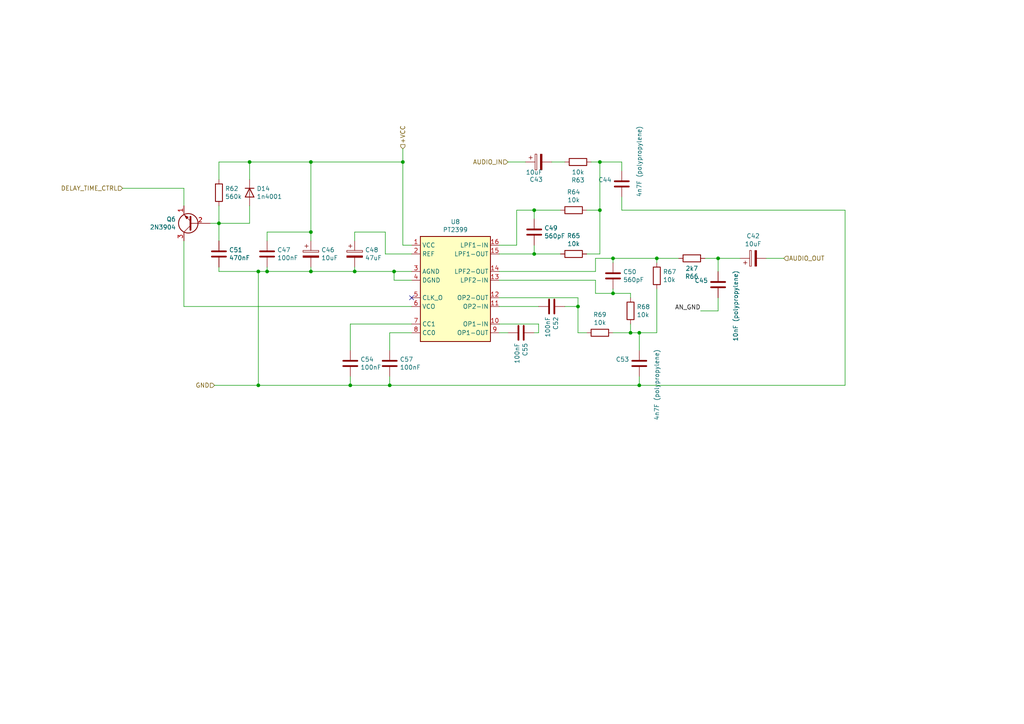
<source format=kicad_sch>
(kicad_sch (version 20211123) (generator eeschema)
  (paper "A4")
  (lib_symbols
    (symbol "Audio:PT2399"
      (property "Reference" "U" (at 0 17.78 0))
      (property "Value" "PT2399" (at 0 -17.78 0))
      (symbol "PT2399_0_1"
        (rectangle (start -10.16 15.24) (end 10.16 -15.24) (stroke (width 0.254)) (fill (type background)))
      )
      (symbol "PT2399_1_1"
        (pin power_in line (at -12.7 12.7 0) (length 2.54) (name "VCC") (number "1"))
        (pin input line (at 12.7 -10.16 180) (length 2.54) (name "OP1-IN") (number "10"))
        (pin input line (at 12.7 -5.08 180) (length 2.54) (name "OP2-IN") (number "11"))
        (pin output line (at 12.7 -2.54 180) (length 2.54) (name "OP2-OUT") (number "12"))
        (pin input line (at 12.7 2.54 180) (length 2.54) (name "LPF2-IN") (number "13"))
        (pin output line (at 12.7 5.08 180) (length 2.54) (name "LPF2-OUT") (number "14"))
        (pin output line (at 12.7 10.16 180) (length 2.54) (name "LPF1-OUT") (number "15"))
        (pin input line (at 12.7 12.7 180) (length 2.54) (name "LPF1-IN") (number "16"))
        (pin passive line (at -12.7 10.16 0) (length 2.54) (name "REF") (number "2"))
        (pin power_in line (at -12.7 5.08 0) (length 2.54) (name "AGND") (number "3"))
        (pin power_in line (at -12.7 2.54 0) (length 2.54) (name "DGND") (number "4"))
        (pin passive line (at -12.7 -2.54 0) (length 2.54) (name "CLK_O") (number "5"))
        (pin passive line (at -12.7 -5.08 0) (length 2.54) (name "VCO") (number "6"))
        (pin passive line (at -12.7 -10.16 0) (length 2.54) (name "CC1") (number "7"))
        (pin passive line (at -12.7 -12.7 0) (length 2.54) (name "CC0") (number "8"))
        (pin output line (at 12.7 -12.7 180) (length 2.54) (name "OP1-OUT") (number "9"))
      )
    )
    (symbol "Device:C" (pin_numbers hide) (pin_names (offset 0.254))
      (property "Reference" "C" (at 0.635 2.54 0))
      (property "Value" "C" (at 0.635 -2.54 0))
      (symbol "C_0_1"
        (polyline (pts (xy -2.032 -0.762) (xy 2.032 -0.762)) (stroke (width 0.508)))
        (polyline (pts (xy -2.032 0.762) (xy 2.032 0.762)) (stroke (width 0.508)))
      )
      (symbol "C_1_1"
        (pin passive line (at 0 3.81 270) (length 2.794) (name "~") (number "1"))
        (pin passive line (at 0 -3.81 90) (length 2.794) (name "~") (number "2"))
      )
    )
    (symbol "Device:C_Polarized" (pin_numbers hide) (pin_names (offset 0.254))
      (property "Reference" "C" (at 0.635 2.54 0))
      (property "Value" "C_Polarized" (at 0.635 -2.54 0))
      (symbol "C_Polarized_0_1"
        (rectangle (start -2.286 0.508) (end 2.286 1.016))
        (polyline (pts (xy -1.778 2.286) (xy -0.762 2.286)))
        (polyline (pts (xy -1.27 2.794) (xy -1.27 1.778)))
        (rectangle (start 2.286 -0.508) (end -2.286 -1.016) (fill (type outline)))
      )
      (symbol "C_Polarized_1_1"
        (pin passive line (at 0 3.81 270) (length 2.794) (name "~") (number "1"))
        (pin passive line (at 0 -3.81 90) (length 2.794) (name "~") (number "2"))
      )
    )
    (symbol "Device:D" (pin_numbers hide) (pin_names (offset 1.016) hide)
      (property "Reference" "D" (at 0 2.54 0))
      (property "Value" "D" (at 0 -2.54 0))
      (symbol "D_0_1"
        (polyline (pts (xy -1.27 1.27) (xy -1.27 -1.27)) (stroke (width 0.254)))
        (polyline (pts (xy 1.27 0) (xy -1.27 0)))
        (polyline (pts (xy 1.27 1.27) (xy 1.27 -1.27) (xy -1.27 0) (xy 1.27 1.27)) (stroke (width 0.254)))
      )
      (symbol "D_1_1"
        (pin passive line (at -3.81 0 0) (length 2.54) (name "K") (number "1"))
        (pin passive line (at 3.81 0 180) (length 2.54) (name "A") (number "2"))
      )
    )
    (symbol "Device:R" (pin_numbers hide) (pin_names (offset 0))
      (property "Reference" "R" (at 2.032 0 90))
      (property "Value" "R" (at 0 0 90))
      (symbol "R_0_1"
        (rectangle (start -1.016 -2.54) (end 1.016 2.54) (stroke (width 0.254)))
      )
      (symbol "R_1_1"
        (pin passive line (at 0 3.81 270) (length 1.27) (name "~") (number "1"))
        (pin passive line (at 0 -3.81 90) (length 1.27) (name "~") (number "2"))
      )
    )
    (symbol "Transistor_BJT:2N3904" (pin_names (offset 0) hide)
      (property "Reference" "Q" (at 5.08 1.905 0))
      (property "Value" "2N3904" (at 5.08 0 0))
      (symbol "2N3904_0_1"
        (polyline (pts (xy 0.635 0.635) (xy 2.54 2.54)))
        (polyline (pts (xy 0.635 -0.635) (xy 2.54 -2.54) (xy 2.54 -2.54)))
        (polyline (pts (xy 0.635 1.905) (xy 0.635 -1.905) (xy 0.635 -1.905)) (stroke (width 0.508)))
        (polyline (pts (xy 1.27 -1.778) (xy 1.778 -1.27) (xy 2.286 -2.286) (xy 1.27 -1.778) (xy 1.27 -1.778)) (fill (type outline)))
        (circle (center 1.27 0) (radius 2.8194) (stroke (width 0.254)))
      )
      (symbol "2N3904_1_1"
        (pin passive line (at 2.54 -5.08 90) (length 2.54) (name "E") (number "1"))
        (pin passive line (at -5.08 0 0) (length 5.715) (name "B") (number "2"))
        (pin passive line (at 2.54 5.08 270) (length 2.54) (name "C") (number "3"))
      )
    )
  )
  (junction (at 154.94 73.66))
  (junction (at 173.99 60.96))
  (junction (at 101.6 111.76))
  (junction (at 63.5 64.77))
  (junction (at 167.64 88.9))
  (junction (at 177.8 74.93))
  (junction (at 177.8 85.09))
  (junction (at 77.47 78.74))
  (junction (at 185.42 96.52))
  (junction (at 102.87 78.74))
  (junction (at 173.99 46.99))
  (junction (at 116.84 46.99))
  (junction (at 90.17 78.74))
  (junction (at 114.3 78.74))
  (junction (at 182.88 96.52))
  (junction (at 90.17 46.99))
  (junction (at 190.5 74.93))
  (junction (at 74.93 78.74))
  (junction (at 185.42 111.76))
  (junction (at 154.94 60.96))
  (junction (at 90.17 67.31))
  (junction (at 74.93 111.76))
  (junction (at 113.03 111.76))
  (junction (at 208.28 74.93))
  (junction (at 72.39 46.99))
  (no_connect (at 119.38 86.36))
  (wire (pts (xy 182.88 86.36) (xy 182.88 85.09)))
  (wire (pts (xy 172.72 78.74) (xy 172.72 74.93)))
  (wire (pts (xy 203.2 90.17) (xy 208.28 90.17)))
  (wire (pts (xy 149.86 71.12) (xy 149.86 60.96)))
  (wire (pts (xy 144.78 96.52) (xy 147.32 96.52)))
  (wire (pts (xy 77.47 67.31) (xy 90.17 67.31)))
  (wire (pts (xy 190.5 74.93) (xy 196.85 74.93)))
  (wire (pts (xy 63.5 64.77) (xy 72.39 64.77)))
  (wire (pts (xy 119.38 81.28) (xy 114.3 81.28)))
  (wire (pts (xy 63.5 64.77) (xy 63.5 69.85)))
  (wire (pts (xy 144.78 86.36) (xy 167.64 86.36)))
  (wire (pts (xy 190.5 83.82) (xy 190.5 96.52)))
  (wire (pts (xy 156.21 93.98) (xy 144.78 93.98)))
  (wire (pts (xy 185.42 96.52) (xy 185.42 101.6)))
  (wire (pts (xy 113.03 111.76) (xy 113.03 109.22)))
  (wire (pts (xy 144.78 73.66) (xy 154.94 73.66)))
  (wire (pts (xy 53.34 88.9) (xy 119.38 88.9)))
  (wire (pts (xy 245.11 111.76) (xy 185.42 111.76)))
  (wire (pts (xy 101.6 109.22) (xy 101.6 111.76)))
  (wire (pts (xy 102.87 67.31) (xy 102.87 69.85)))
  (wire (pts (xy 147.32 46.99) (xy 152.4 46.99)))
  (wire (pts (xy 90.17 46.99) (xy 116.84 46.99)))
  (wire (pts (xy 167.64 96.52) (xy 170.18 96.52)))
  (wire (pts (xy 111.76 67.31) (xy 102.87 67.31)))
  (wire (pts (xy 162.56 73.66) (xy 154.94 73.66)))
  (wire (pts (xy 180.34 46.99) (xy 180.34 49.53)))
  (wire (pts (xy 172.72 74.93) (xy 177.8 74.93)))
  (wire (pts (xy 170.18 60.96) (xy 173.99 60.96)))
  (wire (pts (xy 114.3 81.28) (xy 114.3 78.74)))
  (wire (pts (xy 208.28 74.93) (xy 214.63 74.93)))
  (wire (pts (xy 144.78 78.74) (xy 172.72 78.74)))
  (wire (pts (xy 154.94 96.52) (xy 156.21 96.52)))
  (wire (pts (xy 172.72 85.09) (xy 177.8 85.09)))
  (wire (pts (xy 90.17 46.99) (xy 72.39 46.99)))
  (wire (pts (xy 204.47 74.93) (xy 208.28 74.93)))
  (wire (pts (xy 149.86 60.96) (xy 154.94 60.96)))
  (wire (pts (xy 171.45 46.99) (xy 173.99 46.99)))
  (wire (pts (xy 63.5 78.74) (xy 74.93 78.74)))
  (wire (pts (xy 35.56 54.61) (xy 53.34 54.61)))
  (wire (pts (xy 116.84 46.99) (xy 116.84 71.12)))
  (wire (pts (xy 154.94 60.96) (xy 162.56 60.96)))
  (wire (pts (xy 63.5 46.99) (xy 63.5 52.07)))
  (wire (pts (xy 177.8 74.93) (xy 190.5 74.93)))
  (wire (pts (xy 172.72 81.28) (xy 172.72 85.09)))
  (wire (pts (xy 90.17 46.99) (xy 90.17 67.31)))
  (wire (pts (xy 113.03 96.52) (xy 113.03 101.6)))
  (wire (pts (xy 154.94 73.66) (xy 154.94 71.12)))
  (wire (pts (xy 101.6 111.76) (xy 113.03 111.76)))
  (wire (pts (xy 77.47 78.74) (xy 90.17 78.74)))
  (wire (pts (xy 114.3 78.74) (xy 119.38 78.74)))
  (wire (pts (xy 102.87 78.74) (xy 90.17 78.74)))
  (wire (pts (xy 190.5 76.2) (xy 190.5 74.93)))
  (wire (pts (xy 119.38 93.98) (xy 101.6 93.98)))
  (wire (pts (xy 60.96 64.77) (xy 63.5 64.77)))
  (wire (pts (xy 170.18 73.66) (xy 173.99 73.66)))
  (wire (pts (xy 190.5 96.52) (xy 185.42 96.52)))
  (wire (pts (xy 116.84 71.12) (xy 119.38 71.12)))
  (wire (pts (xy 245.11 60.96) (xy 245.11 111.76)))
  (wire (pts (xy 177.8 74.93) (xy 177.8 76.2)))
  (wire (pts (xy 156.21 96.52) (xy 156.21 93.98)))
  (wire (pts (xy 182.88 93.98) (xy 182.88 96.52)))
  (wire (pts (xy 208.28 74.93) (xy 208.28 78.74)))
  (wire (pts (xy 154.94 60.96) (xy 154.94 63.5)))
  (wire (pts (xy 72.39 64.77) (xy 72.39 59.69)))
  (wire (pts (xy 180.34 46.99) (xy 173.99 46.99)))
  (wire (pts (xy 90.17 69.85) (xy 90.17 67.31)))
  (wire (pts (xy 119.38 96.52) (xy 113.03 96.52)))
  (wire (pts (xy 180.34 57.15) (xy 180.34 60.96)))
  (wire (pts (xy 72.39 46.99) (xy 63.5 46.99)))
  (wire (pts (xy 90.17 78.74) (xy 90.17 77.47)))
  (wire (pts (xy 177.8 85.09) (xy 177.8 83.82)))
  (wire (pts (xy 101.6 93.98) (xy 101.6 101.6)))
  (wire (pts (xy 185.42 109.22) (xy 185.42 111.76)))
  (wire (pts (xy 113.03 111.76) (xy 185.42 111.76)))
  (wire (pts (xy 173.99 73.66) (xy 173.99 60.96)))
  (wire (pts (xy 53.34 88.9) (xy 53.34 69.85)))
  (wire (pts (xy 116.84 43.18) (xy 116.84 46.99)))
  (wire (pts (xy 182.88 85.09) (xy 177.8 85.09)))
  (wire (pts (xy 77.47 77.47) (xy 77.47 78.74)))
  (wire (pts (xy 74.93 78.74) (xy 77.47 78.74)))
  (wire (pts (xy 222.25 74.93) (xy 227.33 74.93)))
  (wire (pts (xy 208.28 86.36) (xy 208.28 90.17)))
  (wire (pts (xy 111.76 67.31) (xy 111.76 73.66)))
  (wire (pts (xy 102.87 78.74) (xy 114.3 78.74)))
  (wire (pts (xy 53.34 54.61) (xy 53.34 59.69)))
  (wire (pts (xy 72.39 52.07) (xy 72.39 46.99)))
  (wire (pts (xy 74.93 111.76) (xy 101.6 111.76)))
  (wire (pts (xy 160.02 46.99) (xy 163.83 46.99)))
  (wire (pts (xy 63.5 59.69) (xy 63.5 64.77)))
  (wire (pts (xy 144.78 81.28) (xy 172.72 81.28)))
  (wire (pts (xy 177.8 96.52) (xy 182.88 96.52)))
  (wire (pts (xy 77.47 69.85) (xy 77.47 67.31)))
  (wire (pts (xy 111.76 73.66) (xy 119.38 73.66)))
  (wire (pts (xy 144.78 88.9) (xy 156.21 88.9)))
  (wire (pts (xy 182.88 96.52) (xy 185.42 96.52)))
  (wire (pts (xy 74.93 78.74) (xy 74.93 111.76)))
  (wire (pts (xy 74.93 111.76) (xy 62.23 111.76)))
  (wire (pts (xy 144.78 71.12) (xy 149.86 71.12)))
  (wire (pts (xy 167.64 88.9) (xy 167.64 96.52)))
  (wire (pts (xy 173.99 46.99) (xy 173.99 60.96)))
  (wire (pts (xy 63.5 77.47) (xy 63.5 78.74)))
  (wire (pts (xy 102.87 77.47) (xy 102.87 78.74)))
  (wire (pts (xy 180.34 60.96) (xy 245.11 60.96)))
  (wire (pts (xy 167.64 86.36) (xy 167.64 88.9)))
  (wire (pts (xy 167.64 88.9) (xy 163.83 88.9)))
  (label "AN_GND" (at 203.2 90.17 180))
  (hierarchical_label "AUDIO_IN" (shape input) (at 147.32 46.99 180))
  (hierarchical_label "GND" (shape input) (at 62.23 111.76 180))
  (hierarchical_label "DELAY_TIME_CTRL" (shape input) (at 35.56 54.61 180))
  (hierarchical_label "+VCC" (shape input) (at 116.84 43.18 90))
  (hierarchical_label "AUDIO_OUT" (shape input) (at 227.33 74.93 0))
  (symbol (lib_id "Device:R") (at 190.5 80.01 180)
    (property "Reference" "R67" (at 192.278 78.8416 0) (effects (justify right)))
    (property "Value" "10k" (at 192.278 81.153 0) (effects (justify right)))
    (property "Footprint" "Rumblesan_Footprints:Resistor_THT_L6.3mm_D2.5mm_P10.16mm_Horizontal" (effects hide))
  )
  (symbol (lib_id "Device:R") (at 182.88 90.17 180)
    (property "Reference" "R68" (at 184.658 89.0016 0) (effects (justify right)))
    (property "Value" "10k" (at 184.658 91.313 0) (effects (justify right)))
    (property "Footprint" "Rumblesan_Footprints:Resistor_THT_L6.3mm_D2.5mm_P10.16mm_Horizontal" (effects hide))
  )
  (symbol (lib_id "Device:C") (at 177.8 80.01 0)
    (property "Reference" "C50" (at 180.721 78.8416 0) (effects (justify left)))
    (property "Value" "560pF" (at 180.721 81.153 0) (effects (justify left)))
    (property "Footprint" "Rumblesan_Footprints:C_Rect_L7.0mm_W3.5mm_P5.00mm" (effects hide))
  )
  (symbol (lib_id "Device:R") (at 173.99 96.52 270)
    (property "Reference" "R69" (at 173.99 91.2622 90))
    (property "Value" "10k" (at 173.99 93.5736 90))
    (property "Footprint" "Rumblesan_Footprints:Resistor_THT_L6.3mm_D2.5mm_P10.16mm_Horizontal" (effects hide))
  )
  (symbol (lib_id "Device:C") (at 185.42 105.41 0) (mirror x)
    (property "Reference" "C53" (at 182.499 104.2416 0) (effects (justify right)))
    (property "Value" "4n7F (polypropylene)" (at 190.5 121.92 90) (effects (justify right)))
    (property "Footprint" "Rumblesan_Footprints:C_Rect_L7.0mm_W3.5mm_P5.00mm" (effects hide))
  )
  (symbol (lib_id "Device:C") (at 160.02 88.9 90)
    (property "Reference" "C52" (at 161.1884 91.821 0) (effects (justify right)))
    (property "Value" "100nF" (at 158.877 91.821 0) (effects (justify right)))
    (property "Footprint" "Rumblesan_Footprints:C_Rect_L7.0mm_W3.5mm_P5.00mm" (effects hide))
  )
  (symbol (lib_id "Device:R") (at 167.64 46.99 270) (mirror x)
    (property "Reference" "R63" (at 167.64 52.2478 90))
    (property "Value" "10k" (at 167.64 49.9364 90))
    (property "Footprint" "Rumblesan_Footprints:Resistor_THT_L6.3mm_D2.5mm_P10.16mm_Horizontal" (effects hide))
  )
  (symbol (lib_id "Device:C_Polarized") (at 156.21 46.99 90) (mirror x)
    (property "Reference" "C43" (at 157.48 52.07 90) (effects (justify left)))
    (property "Value" "10uF" (at 157.353 49.9872 90) (effects (justify left)))
    (property "Footprint" "Rumblesan_Footprints:CP_Radial_D5.0mm_P2.50mm" (effects hide))
  )
  (symbol (lib_id "Device:C") (at 180.34 53.34 0) (mirror x)
    (property "Reference" "C44" (at 177.419 52.1716 0) (effects (justify right)))
    (property "Value" "4n7F (polypropylene)" (at 185.42 57.15 90) (effects (justify right)))
    (property "Footprint" "Rumblesan_Footprints:C_Rect_L7.0mm_W3.5mm_P5.00mm" (effects hide))
  )
  (symbol (lib_id "Device:R") (at 166.37 73.66 270)
    (property "Reference" "R65" (at 166.37 68.4022 90))
    (property "Value" "10k" (at 166.37 70.7136 90))
    (property "Footprint" "Rumblesan_Footprints:Resistor_THT_L6.3mm_D2.5mm_P10.16mm_Horizontal" (effects hide))
  )
  (symbol (lib_id "Device:R") (at 166.37 60.96 270)
    (property "Reference" "R64" (at 166.37 55.7022 90))
    (property "Value" "10k" (at 166.37 58.0136 90))
    (property "Footprint" "Rumblesan_Footprints:Resistor_THT_L6.3mm_D2.5mm_P10.16mm_Horizontal" (effects hide))
  )
  (symbol (lib_id "Device:C") (at 154.94 67.31 180)
    (property "Reference" "C49" (at 157.861 66.1416 0) (effects (justify right)))
    (property "Value" "560pF" (at 157.861 68.453 0) (effects (justify right)))
    (property "Footprint" "Rumblesan_Footprints:C_Rect_L7.0mm_W3.5mm_P5.00mm" (effects hide))
  )
  (symbol (lib_id "Device:C") (at 151.13 96.52 90)
    (property "Reference" "C55" (at 152.2984 99.441 0) (effects (justify right)))
    (property "Value" "100nF" (at 149.987 99.441 0) (effects (justify right)))
    (property "Footprint" "Rumblesan_Footprints:C_Rect_L7.0mm_W3.5mm_P5.00mm" (effects hide))
  )
  (symbol (lib_id "Device:C") (at 113.03 105.41 180)
    (property "Reference" "C57" (at 115.951 104.2416 0) (effects (justify right)))
    (property "Value" "100nF" (at 115.951 106.553 0) (effects (justify right)))
    (property "Footprint" "Rumblesan_Footprints:C_Rect_L7.0mm_W3.5mm_P5.00mm" (effects hide))
  )
  (symbol (lib_id "Device:C") (at 101.6 105.41 180)
    (property "Reference" "C54" (at 104.521 104.2416 0) (effects (justify right)))
    (property "Value" "100nF" (at 104.521 106.553 0) (effects (justify right)))
    (property "Footprint" "Rumblesan_Footprints:C_Rect_L7.0mm_W3.5mm_P5.00mm" (effects hide))
  )
  (symbol (lib_id "Device:C_Polarized") (at 102.87 73.66 0)
    (property "Reference" "C48" (at 105.8672 72.4916 0) (effects (justify left)))
    (property "Value" "47uF" (at 105.8672 74.803 0) (effects (justify left)))
    (property "Footprint" "Rumblesan_Footprints:CP_Radial_D8.0mm_P3.50mm" (effects hide))
  )
  (symbol (lib_id "Device:C") (at 77.47 73.66 180)
    (property "Reference" "C47" (at 80.391 72.4916 0) (effects (justify right)))
    (property "Value" "100nF" (at 80.391 74.803 0) (effects (justify right)))
    (property "Footprint" "Rumblesan_Footprints:C_Rect_L7.0mm_W3.5mm_P5.00mm" (effects hide))
  )
  (symbol (lib_id "Device:C_Polarized") (at 90.17 73.66 0)
    (property "Reference" "C46" (at 93.1672 72.4916 0) (effects (justify left)))
    (property "Value" "10uF" (at 93.1672 74.803 0) (effects (justify left)))
    (property "Footprint" "Rumblesan_Footprints:CP_Radial_D5.0mm_P2.50mm" (effects hide))
  )
  (symbol (lib_id "Audio:PT2399") (at 132.08 83.82 0)
    (property "Reference" "U8" (at 132.08 64.3382 0))
    (property "Value" "PT2399" (at 132.08 66.6496 0))
    (property "Footprint" "Rumblesan_Footprints:DIP-16_W7.62mm_Socket" (effects hide))
    (property "Datasheet" "http://sound.westhost.com/pt2399.pdf" (effects hide))
  )
  (symbol (lib_id "Device:R") (at 200.66 74.93 270) (mirror x)
    (property "Reference" "R66" (at 200.66 80.1878 90))
    (property "Value" "2k7" (at 200.66 77.8764 90))
    (property "Footprint" "Rumblesan_Footprints:Resistor_THT_L6.3mm_D2.5mm_P10.16mm_Horizontal" (effects hide))
  )
  (symbol (lib_id "Device:C") (at 208.28 82.55 0) (mirror x)
    (property "Reference" "C45" (at 205.359 81.3816 0) (effects (justify right)))
    (property "Value" "10nF (polypropylene)" (at 213.36 99.06 90) (effects (justify right)))
    (property "Footprint" "Rumblesan_Footprints:C_Rect_L7.0mm_W3.5mm_P5.00mm" (effects hide))
  )
  (symbol (lib_id "Device:C_Polarized") (at 218.44 74.93 90)
    (property "Reference" "C42" (at 218.44 68.453 90))
    (property "Value" "10uF" (at 218.44 70.7644 90))
    (property "Footprint" "Rumblesan_Footprints:CP_Radial_D5.0mm_P2.50mm" (effects hide))
  )
  (symbol (lib_id "Transistor_BJT:2N3904") (at 55.88 64.77 180)
    (property "Reference" "Q6" (at 51.0286 63.6016 0) (effects (justify left)))
    (property "Value" "2N3904" (at 51.0286 65.913 0) (effects (justify left)))
    (property "Footprint" "Package_TO_SOT_THT:TO-92_Inline_Wide" (effects hide))
    (property "Datasheet" "https://www.onsemi.com/pub/Collateral/2N3903-D.PDF" (effects hide))
  )
  (symbol (lib_id "Device:R") (at 63.5 55.88 0)
    (property "Reference" "R62" (at 65.278 54.7116 0) (effects (justify left)))
    (property "Value" "560k" (at 65.278 57.023 0) (effects (justify left)))
    (property "Footprint" "Rumblesan_Footprints:Resistor_THT_L6.3mm_D2.5mm_P10.16mm_Horizontal" (effects hide))
  )
  (symbol (lib_id "Device:C") (at 63.5 73.66 0)
    (property "Reference" "C51" (at 66.421 72.4916 0) (effects (justify left)))
    (property "Value" "470nF" (at 66.421 74.803 0) (effects (justify left)))
    (property "Footprint" "Rumblesan_Footprints:C_Rect_L7.0mm_W3.5mm_P5.00mm" (effects hide))
  )
  (symbol (lib_id "Device:D") (at 72.39 55.88 270)
    (property "Reference" "D14" (at 74.422 54.7116 90) (effects (justify left)))
    (property "Value" "1n4001" (at 74.422 57.023 90) (effects (justify left)))
    (property "Footprint" "Rumblesan_Footprints:Diode_THT_P7.62mm_Horizontal" (effects hide))
  )
)
</source>
